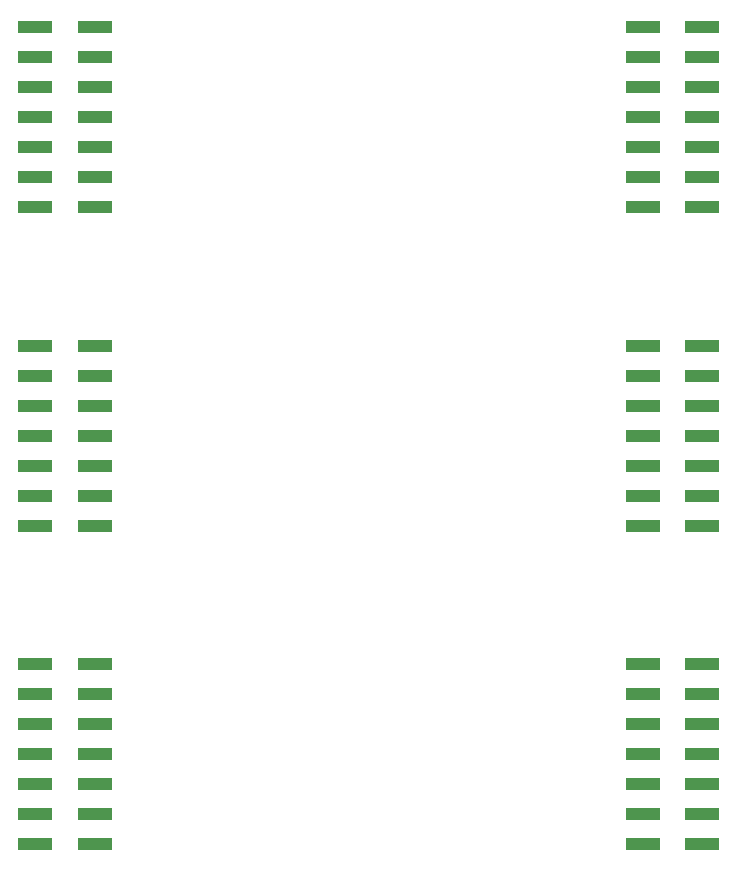
<source format=gbr>
%TF.GenerationSoftware,KiCad,Pcbnew,(5.1.6)-1*%
%TF.CreationDate,2022-05-27T14:46:48-04:00*%
%TF.ProjectId,sensor_v1,73656e73-6f72-45f7-9631-2e6b69636164,rev?*%
%TF.SameCoordinates,Original*%
%TF.FileFunction,Paste,Top*%
%TF.FilePolarity,Positive*%
%FSLAX46Y46*%
G04 Gerber Fmt 4.6, Leading zero omitted, Abs format (unit mm)*
G04 Created by KiCad (PCBNEW (5.1.6)-1) date 2022-05-27 14:46:48*
%MOMM*%
%LPD*%
G01*
G04 APERTURE LIST*
%ADD10R,3.000000X1.000000*%
G04 APERTURE END LIST*
D10*
%TO.C,REF\u002A\u002A*%
X149372000Y-91567000D03*
X154412000Y-91567000D03*
X149372000Y-89027000D03*
X154412000Y-89027000D03*
X149372000Y-86487000D03*
X154412000Y-86487000D03*
X149372000Y-83947000D03*
X154412000Y-83947000D03*
X149372000Y-81407000D03*
X154412000Y-81407000D03*
X149372000Y-78867000D03*
X154412000Y-78867000D03*
X149372000Y-76327000D03*
X154412000Y-76327000D03*
%TD*%
%TO.C,REF\u002A\u002A*%
X149372000Y-118491000D03*
X154412000Y-118491000D03*
X149372000Y-115951000D03*
X154412000Y-115951000D03*
X149372000Y-113411000D03*
X154412000Y-113411000D03*
X149372000Y-110871000D03*
X154412000Y-110871000D03*
X149372000Y-108331000D03*
X154412000Y-108331000D03*
X149372000Y-105791000D03*
X154412000Y-105791000D03*
X149372000Y-103251000D03*
X154412000Y-103251000D03*
%TD*%
%TO.C,REF\u002A\u002A*%
X154412000Y-49276000D03*
X149372000Y-49276000D03*
X154412000Y-51816000D03*
X149372000Y-51816000D03*
X154412000Y-54356000D03*
X149372000Y-54356000D03*
X154412000Y-56896000D03*
X149372000Y-56896000D03*
X154412000Y-59436000D03*
X149372000Y-59436000D03*
X154412000Y-61976000D03*
X149372000Y-61976000D03*
X154412000Y-64516000D03*
X149372000Y-64516000D03*
%TD*%
%TO.C,REF\u002A\u002A*%
X102977000Y-103251000D03*
X97937000Y-103251000D03*
X102977000Y-105791000D03*
X97937000Y-105791000D03*
X102977000Y-108331000D03*
X97937000Y-108331000D03*
X102977000Y-110871000D03*
X97937000Y-110871000D03*
X102977000Y-113411000D03*
X97937000Y-113411000D03*
X102977000Y-115951000D03*
X97937000Y-115951000D03*
X102977000Y-118491000D03*
X97937000Y-118491000D03*
%TD*%
%TO.C,REF\u002A\u002A*%
X102977000Y-76327000D03*
X97937000Y-76327000D03*
X102977000Y-78867000D03*
X97937000Y-78867000D03*
X102977000Y-81407000D03*
X97937000Y-81407000D03*
X102977000Y-83947000D03*
X97937000Y-83947000D03*
X102977000Y-86487000D03*
X97937000Y-86487000D03*
X102977000Y-89027000D03*
X97937000Y-89027000D03*
X102977000Y-91567000D03*
X97937000Y-91567000D03*
%TD*%
%TO.C,REF\u002A\u002A*%
X97937000Y-64516000D03*
X102977000Y-64516000D03*
X97937000Y-61976000D03*
X102977000Y-61976000D03*
X97937000Y-59436000D03*
X102977000Y-59436000D03*
X97937000Y-56896000D03*
X102977000Y-56896000D03*
X97937000Y-54356000D03*
X102977000Y-54356000D03*
X97937000Y-51816000D03*
X102977000Y-51816000D03*
X97937000Y-49276000D03*
X102977000Y-49276000D03*
%TD*%
M02*

</source>
